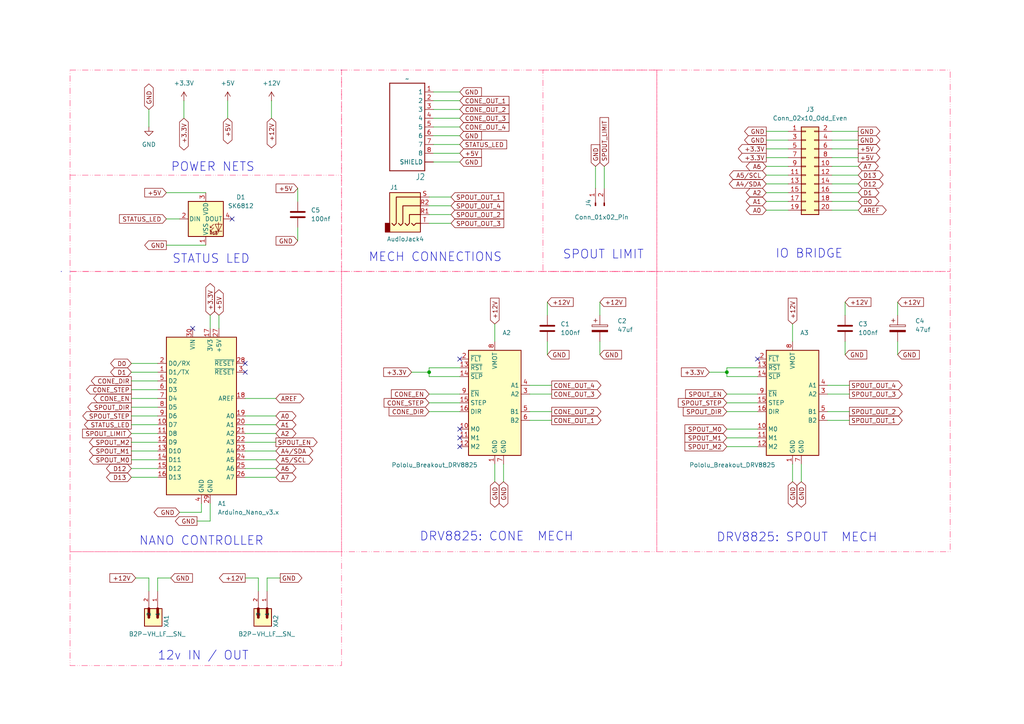
<source format=kicad_sch>
(kicad_sch (version 20231120) (generator "eeschema") (generator_version "8.0")
  (paper "A4")
  (lib_symbols
    (symbol "Connector:Conn_01x02_Pin" (pin_names (offset 1.016) hide)
      (property "Reference" "J" (at 0 2.54 0))
      (property "Value" "Conn_01x02_Pin" (at 0 -5.08 0))
      (symbol "Conn_01x02_Pin_1_1"
        (polyline (pts (xy 1.27 -2.54) (xy 0.8636 -2.54)) (stroke (width 0.1524)))
        (polyline (pts (xy 1.27 0) (xy 0.8636 0)) (stroke (width 0.1524)))
        (rectangle (start 0.8636 -2.413) (end 0 -2.667) (stroke (width 0.1524)) (fill (type outline)))
        (rectangle (start 0.8636 0.127) (end 0 -0.127) (stroke (width 0.1524)) (fill (type outline)))
        (pin passive line (at 5.08 0 180) (length 3.81) (name "Pin_1") (number "1"))
        (pin passive line (at 5.08 -2.54 180) (length 3.81) (name "Pin_2") (number "2"))
      )
    )
    (symbol "Connector_Audio:AudioJack4"
      (property "Reference" "J" (at 0 8.89 0))
      (property "Value" "AudioJack4" (at 0 6.35 0))
      (symbol "AudioJack4_0_1"
        (rectangle (start -6.35 -5.08) (end -7.62 -7.62) (stroke (width 0.254)) (fill (type outline)))
        (polyline (pts (xy 0 -5.08) (xy 0.635 -5.715) (xy 1.27 -5.08) (xy 2.54 -5.08)) (stroke (width 0.254)))
        (polyline (pts (xy -5.715 -5.08) (xy -5.08 -5.715) (xy -4.445 -5.08) (xy -4.445 2.54) (xy 2.54 2.54)) (stroke (width 0.254)))
        (polyline (pts (xy -1.905 -5.08) (xy -1.27 -5.715) (xy -0.635 -5.08) (xy -0.635 -2.54) (xy 2.54 -2.54)) (stroke (width 0.254)))
        (polyline (pts (xy 2.54 0) (xy -2.54 0) (xy -2.54 -5.08) (xy -3.175 -5.715) (xy -3.81 -5.08)) (stroke (width 0.254)))
        (rectangle (start 2.54 3.81) (end -6.35 -7.62) (stroke (width 0.254)) (fill (type background)))
      )
      (symbol "AudioJack4_1_1"
        (pin passive line (at 5.08 -2.54 180) (length 2.54) (name "~") (number "R1"))
        (pin passive line (at 5.08 0 180) (length 2.54) (name "~") (number "R2"))
        (pin passive line (at 5.08 2.54 180) (length 2.54) (name "~") (number "S"))
        (pin passive line (at 5.08 -5.08 180) (length 2.54) (name "~") (number "T"))
      )
    )
    (symbol "Connector_Generic:Conn_02x10_Odd_Even" (pin_names (offset 1.016) hide)
      (property "Reference" "J" (at 1.27 12.7 0))
      (property "Value" "Conn_02x10_Odd_Even" (at 1.27 -15.24 0))
      (symbol "Conn_02x10_Odd_Even_1_1"
        (rectangle (start -1.27 -12.573) (end 0 -12.827) (stroke (width 0.1524)))
        (rectangle (start -1.27 -10.033) (end 0 -10.287) (stroke (width 0.1524)))
        (rectangle (start -1.27 -7.493) (end 0 -7.747) (stroke (width 0.1524)))
        (rectangle (start -1.27 -4.953) (end 0 -5.207) (stroke (width 0.1524)))
        (rectangle (start -1.27 -2.413) (end 0 -2.667) (stroke (width 0.1524)))
        (rectangle (start -1.27 0.127) (end 0 -0.127) (stroke (width 0.1524)))
        (rectangle (start -1.27 2.667) (end 0 2.413) (stroke (width 0.1524)))
        (rectangle (start -1.27 5.207) (end 0 4.953) (stroke (width 0.1524)))
        (rectangle (start -1.27 7.747) (end 0 7.493) (stroke (width 0.1524)))
        (rectangle (start -1.27 10.287) (end 0 10.033) (stroke (width 0.1524)))
        (rectangle (start -1.27 11.43) (end 3.81 -13.97) (stroke (width 0.254)) (fill (type background)))
        (rectangle (start 3.81 -12.573) (end 2.54 -12.827) (stroke (width 0.1524)))
        (rectangle (start 3.81 -10.033) (end 2.54 -10.287) (stroke (width 0.1524)))
        (rectangle (start 3.81 -7.493) (end 2.54 -7.747) (stroke (width 0.1524)))
        (rectangle (start 3.81 -4.953) (end 2.54 -5.207) (stroke (width 0.1524)))
        (rectangle (start 3.81 -2.413) (end 2.54 -2.667) (stroke (width 0.1524)))
        (rectangle (start 3.81 0.127) (end 2.54 -0.127) (stroke (width 0.1524)))
        (rectangle (start 3.81 2.667) (end 2.54 2.413) (stroke (width 0.1524)))
        (rectangle (start 3.81 5.207) (end 2.54 4.953) (stroke (width 0.1524)))
        (rectangle (start 3.81 7.747) (end 2.54 7.493) (stroke (width 0.1524)))
        (rectangle (start 3.81 10.287) (end 2.54 10.033) (stroke (width 0.1524)))
        (pin passive line (at -5.08 10.16 0) (length 3.81) (name "Pin_1") (number "1"))
        (pin passive line (at 7.62 0 180) (length 3.81) (name "Pin_10") (number "10"))
        (pin passive line (at -5.08 -2.54 0) (length 3.81) (name "Pin_11") (number "11"))
        (pin passive line (at 7.62 -2.54 180) (length 3.81) (name "Pin_12") (number "12"))
        (pin passive line (at -5.08 -5.08 0) (length 3.81) (name "Pin_13") (number "13"))
        (pin passive line (at 7.62 -5.08 180) (length 3.81) (name "Pin_14") (number "14"))
        (pin passive line (at -5.08 -7.62 0) (length 3.81) (name "Pin_15") (number "15"))
        (pin passive line (at 7.62 -7.62 180) (length 3.81) (name "Pin_16") (number "16"))
        (pin passive line (at -5.08 -10.16 0) (length 3.81) (name "Pin_17") (number "17"))
        (pin passive line (at 7.62 -10.16 180) (length 3.81) (name "Pin_18") (number "18"))
        (pin passive line (at -5.08 -12.7 0) (length 3.81) (name "Pin_19") (number "19"))
        (pin passive line (at 7.62 10.16 180) (length 3.81) (name "Pin_2") (number "2"))
        (pin passive line (at 7.62 -12.7 180) (length 3.81) (name "Pin_20") (number "20"))
        (pin passive line (at -5.08 7.62 0) (length 3.81) (name "Pin_3") (number "3"))
        (pin passive line (at 7.62 7.62 180) (length 3.81) (name "Pin_4") (number "4"))
        (pin passive line (at -5.08 5.08 0) (length 3.81) (name "Pin_5") (number "5"))
        (pin passive line (at 7.62 5.08 180) (length 3.81) (name "Pin_6") (number "6"))
        (pin passive line (at -5.08 2.54 0) (length 3.81) (name "Pin_7") (number "7"))
        (pin passive line (at 7.62 2.54 180) (length 3.81) (name "Pin_8") (number "8"))
        (pin passive line (at -5.08 0 0) (length 3.81) (name "Pin_9") (number "9"))
      )
    )
    (symbol "Device:C" (pin_numbers hide) (pin_names (offset 0.254))
      (property "Reference" "C" (at 0.635 2.54 0))
      (property "Value" "C" (at 0.635 -2.54 0))
      (symbol "C_0_1"
        (polyline (pts (xy -2.032 -0.762) (xy 2.032 -0.762)) (stroke (width 0.508)))
        (polyline (pts (xy -2.032 0.762) (xy 2.032 0.762)) (stroke (width 0.508)))
      )
      (symbol "C_1_1"
        (pin passive line (at 0 3.81 270) (length 2.794) (name "~") (number "1"))
        (pin passive line (at 0 -3.81 90) (length 2.794) (name "~") (number "2"))
      )
    )
    (symbol "Device:C_Polarized" (pin_numbers hide) (pin_names (offset 0.254))
      (property "Reference" "C" (at 0.635 2.54 0))
      (property "Value" "C_Polarized" (at 0.635 -2.54 0))
      (symbol "C_Polarized_0_1"
        (rectangle (start -2.286 0.508) (end 2.286 1.016))
        (polyline (pts (xy -1.778 2.286) (xy -0.762 2.286)))
        (polyline (pts (xy -1.27 2.794) (xy -1.27 1.778)))
        (rectangle (start 2.286 -0.508) (end -2.286 -1.016) (fill (type outline)))
      )
      (symbol "C_Polarized_1_1"
        (pin passive line (at 0 3.81 270) (length 2.794) (name "~") (number "1"))
        (pin passive line (at 0 -3.81 90) (length 2.794) (name "~") (number "2"))
      )
    )
    (symbol "Driver_Motor:Pololu_Breakout_DRV8825"
      (property "Reference" "A" (at -2.54 16.51 0))
      (property "Value" "Pololu_Breakout_DRV8825" (at -2.54 13.97 0))
      (symbol "Pololu_Breakout_DRV8825_0_1"
        (rectangle (start 7.62 -17.78) (end -7.62 12.7) (stroke (width 0.254)) (fill (type background)))
      )
      (symbol "Pololu_Breakout_DRV8825_1_1"
        (pin power_in line (at 0 -20.32 90) (length 2.54) (name "GND") (number "1"))
        (pin input line (at -10.16 -10.16 0) (length 2.54) (name "M0") (number "10"))
        (pin input line (at -10.16 -12.7 0) (length 2.54) (name "M1") (number "11"))
        (pin input line (at -10.16 -15.24 0) (length 2.54) (name "M2") (number "12"))
        (pin input line (at -10.16 7.62 0) (length 2.54) (name "~{RST}") (number "13"))
        (pin input line (at -10.16 5.08 0) (length 2.54) (name "~{SLP}") (number "14"))
        (pin input line (at -10.16 -2.54 0) (length 2.54) (name "STEP") (number "15"))
        (pin input line (at -10.16 -5.08 0) (length 2.54) (name "DIR") (number "16"))
        (pin output line (at -10.16 10.16 0) (length 2.54) (name "~{FLT}") (number "2"))
        (pin output line (at 10.16 0 180) (length 2.54) (name "A2") (number "3"))
        (pin output line (at 10.16 2.54 180) (length 2.54) (name "A1") (number "4"))
        (pin output line (at 10.16 -5.08 180) (length 2.54) (name "B1") (number "5"))
        (pin output line (at 10.16 -7.62 180) (length 2.54) (name "B2") (number "6"))
        (pin power_in line (at 2.54 -20.32 90) (length 2.54) (name "GND") (number "7"))
        (pin power_in line (at 0 15.24 270) (length 2.54) (name "VMOT") (number "8"))
        (pin input line (at -10.16 0 0) (length 2.54) (name "~{EN}") (number "9"))
      )
    )
    (symbol "JST-VH-1x2:B2P-VH_LF__SN_" (pin_names (offset 1.016))
      (property "Reference" "XA" (at -2.5416 2.5416 0))
      (property "Value" "B2P-VH_LF__SN_" (at -2.5407 -3.8111 0))
      (symbol "B2P-VH_LF__SN__0_0"
        (rectangle (start -2.54 -2.54) (end 2.54 2.54) (stroke (width 0.254)) (fill (type background)))
        (polyline (pts (xy -2.54 -1.27) (xy 0 -1.27)) (stroke (width 0.762)))
        (polyline (pts (xy -2.54 1.27) (xy 0 1.27)) (stroke (width 0.762)))
        (pin passive line (at -7.62 1.27 0) (length 5.08) (name "1") (number "1"))
        (pin passive line (at -7.62 -1.27 0) (length 5.08) (name "2") (number "2"))
      )
    )
    (symbol "LED:SK6812" (pin_names (offset 0.254))
      (property "Reference" "D" (at 5.08 5.715 0))
      (property "Value" "SK6812" (at 1.27 -5.715 0))
      (symbol "SK6812_0_0"
        (text "RGB" (at 2.286 -4.191 0) (effects (font (size 0.762 0.762))))
      )
      (symbol "SK6812_0_1"
        (polyline (pts (xy 1.27 -3.556) (xy 1.778 -3.556)))
        (polyline (pts (xy 1.27 -2.54) (xy 1.778 -2.54)))
        (polyline (pts (xy 4.699 -3.556) (xy 2.667 -3.556)))
        (polyline (pts (xy 2.286 -2.54) (xy 1.27 -3.556) (xy 1.27 -3.048)))
        (polyline (pts (xy 2.286 -1.524) (xy 1.27 -2.54) (xy 1.27 -2.032)))
        (polyline (pts (xy 3.683 -1.016) (xy 3.683 -3.556) (xy 3.683 -4.064)))
        (polyline (pts (xy 4.699 -1.524) (xy 2.667 -1.524) (xy 3.683 -3.556) (xy 4.699 -1.524)))
        (rectangle (start 5.08 5.08) (end -5.08 -5.08) (stroke (width 0.254)) (fill (type background)))
      )
      (symbol "SK6812_1_1"
        (pin power_in line (at 0 -7.62 90) (length 2.54) (name "VSS") (number "1"))
        (pin input line (at -7.62 0 0) (length 2.54) (name "DIN") (number "2"))
        (pin power_in line (at 0 7.62 270) (length 2.54) (name "VDD") (number "3"))
        (pin output line (at 7.62 0 180) (length 2.54) (name "DOUT") (number "4"))
      )
    )
    (symbol "MCU_Module:Arduino_Nano_v3.x"
      (property "Reference" "A" (at -10.16 23.495 0))
      (property "Value" "Arduino_Nano_v3.x" (at 5.08 -24.13 0))
      (symbol "Arduino_Nano_v3.x_0_1"
        (rectangle (start -10.16 22.86) (end 10.16 -22.86) (stroke (width 0.254)) (fill (type background)))
      )
      (symbol "Arduino_Nano_v3.x_1_1"
        (pin bidirectional line (at -12.7 12.7 0) (length 2.54) (name "D1/TX") (number "1"))
        (pin bidirectional line (at -12.7 -2.54 0) (length 2.54) (name "D7") (number "10"))
        (pin bidirectional line (at -12.7 -5.08 0) (length 2.54) (name "D8") (number "11"))
        (pin bidirectional line (at -12.7 -7.62 0) (length 2.54) (name "D9") (number "12"))
        (pin bidirectional line (at -12.7 -10.16 0) (length 2.54) (name "D10") (number "13"))
        (pin bidirectional line (at -12.7 -12.7 0) (length 2.54) (name "D11") (number "14"))
        (pin bidirectional line (at -12.7 -15.24 0) (length 2.54) (name "D12") (number "15"))
        (pin bidirectional line (at -12.7 -17.78 0) (length 2.54) (name "D13") (number "16"))
        (pin power_out line (at 2.54 25.4 270) (length 2.54) (name "3V3") (number "17"))
        (pin input line (at 12.7 5.08 180) (length 2.54) (name "AREF") (number "18"))
        (pin bidirectional line (at 12.7 0 180) (length 2.54) (name "A0") (number "19"))
        (pin bidirectional line (at -12.7 15.24 0) (length 2.54) (name "D0/RX") (number "2"))
        (pin bidirectional line (at 12.7 -2.54 180) (length 2.54) (name "A1") (number "20"))
        (pin bidirectional line (at 12.7 -5.08 180) (length 2.54) (name "A2") (number "21"))
        (pin bidirectional line (at 12.7 -7.62 180) (length 2.54) (name "A3") (number "22"))
        (pin bidirectional line (at 12.7 -10.16 180) (length 2.54) (name "A4") (number "23"))
        (pin bidirectional line (at 12.7 -12.7 180) (length 2.54) (name "A5") (number "24"))
        (pin bidirectional line (at 12.7 -15.24 180) (length 2.54) (name "A6") (number "25"))
        (pin bidirectional line (at 12.7 -17.78 180) (length 2.54) (name "A7") (number "26"))
        (pin power_out line (at 5.08 25.4 270) (length 2.54) (name "+5V") (number "27"))
        (pin input line (at 12.7 15.24 180) (length 2.54) (name "~{RESET}") (number "28"))
        (pin power_in line (at 2.54 -25.4 90) (length 2.54) (name "GND") (number "29"))
        (pin input line (at 12.7 12.7 180) (length 2.54) (name "~{RESET}") (number "3"))
        (pin power_in line (at -2.54 25.4 270) (length 2.54) (name "VIN") (number "30"))
        (pin power_in line (at 0 -25.4 90) (length 2.54) (name "GND") (number "4"))
        (pin bidirectional line (at -12.7 10.16 0) (length 2.54) (name "D2") (number "5"))
        (pin bidirectional line (at -12.7 7.62 0) (length 2.54) (name "D3") (number "6"))
        (pin bidirectional line (at -12.7 5.08 0) (length 2.54) (name "D4") (number "7"))
        (pin bidirectional line (at -12.7 2.54 0) (length 2.54) (name "D5") (number "8"))
        (pin bidirectional line (at -12.7 0 0) (length 2.54) (name "D6") (number "9"))
      )
    )
    (symbol "mugsy:RJ45-8N-B"
      (property "Reference" "J" (at -5.089 13.9947 0))
      (symbol "RJ45-8N-B_1_0"
        (polyline (pts (xy -5.08 -12.7) (xy -5.08 12.7)) (stroke (width 0.254)))
        (polyline (pts (xy -5.08 12.7) (xy 5.08 12.7)) (stroke (width 0.254)))
        (polyline (pts (xy 5.08 -12.7) (xy -5.08 -12.7)) (stroke (width 0.254)))
        (polyline (pts (xy 5.08 12.7) (xy 5.08 -12.7)) (stroke (width 0.254)))
        (pin passive line (at 7.62 10.16 180) (length 2.54) (name "1") (number "1"))
        (pin passive line (at 7.62 -10.16 180) (length 2.54) (name "SHIELD") (number "10"))
        (pin passive line (at 7.62 7.62 180) (length 2.54) (name "2") (number "2"))
        (pin passive line (at 7.62 5.08 180) (length 2.54) (name "3") (number "3"))
        (pin passive line (at 7.62 2.54 180) (length 2.54) (name "4") (number "4"))
        (pin passive line (at 7.62 0 180) (length 2.54) (name "5") (number "5"))
        (pin passive line (at 7.62 -2.54 180) (length 2.54) (name "6") (number "6"))
        (pin passive line (at 7.62 -5.08 180) (length 2.54) (name "7") (number "7"))
        (pin passive line (at 7.62 -7.62 180) (length 2.54) (name "8") (number "8"))
        (pin passive line (at 7.62 -10.16 180) (length 2.54) (name "SHIELD") (number "9"))
      )
    )
    (symbol "power:+12V" (power) (pin_numbers hide) (pin_names (offset 0) hide)
      (property "Value" "+12V" (at 0 3.556 0))
      (symbol "+12V_0_1"
        (polyline (pts (xy -0.762 1.27) (xy 0 2.54)))
        (polyline (pts (xy 0 0) (xy 0 2.54)))
        (polyline (pts (xy 0 2.54) (xy 0.762 1.27)))
      )
      (symbol "+12V_1_1"
        (pin power_in line (at 0 0 90) (length 0) (name "~") (number "1"))
      )
    )
    (symbol "power:+3.3V" (power) (pin_numbers hide) (pin_names (offset 0) hide)
      (property "Value" "+3.3V" (at 0 3.556 0))
      (symbol "+3.3V_0_1"
        (polyline (pts (xy -0.762 1.27) (xy 0 2.54)))
        (polyline (pts (xy 0 0) (xy 0 2.54)))
        (polyline (pts (xy 0 2.54) (xy 0.762 1.27)))
      )
      (symbol "+3.3V_1_1"
        (pin power_in line (at 0 0 90) (length 0) (name "~") (number "1"))
      )
    )
    (symbol "power:+5V" (power) (pin_numbers hide) (pin_names (offset 0) hide)
      (property "Value" "+5V" (at 0 3.556 0))
      (symbol "+5V_0_1"
        (polyline (pts (xy -0.762 1.27) (xy 0 2.54)))
        (polyline (pts (xy 0 0) (xy 0 2.54)))
        (polyline (pts (xy 0 2.54) (xy 0.762 1.27)))
      )
      (symbol "+5V_1_1"
        (pin power_in line (at 0 0 90) (length 0) (name "~") (number "1"))
      )
    )
    (symbol "power:GND" (power) (pin_numbers hide) (pin_names (offset 0) hide)
      (property "Value" "GND" (at 0 -3.81 0))
      (symbol "GND_0_1"
        (polyline (pts (xy 0 0) (xy 0 -1.27) (xy 1.27 -1.27) (xy 0 -2.54) (xy -1.27 -1.27) (xy 0 -1.27)))
      )
      (symbol "GND_1_1"
        (pin power_in line (at 0 0 270) (length 0) (name "~") (number "1"))
      )
    )
  )
  (junction (at 124.46 107.95))
  (junction (at 210.82 107.95))
  (no_connect (at 133.35 129.54))
  (no_connect (at 71.12 105.41))
  (no_connect (at 55.88 95.25))
  (no_connect (at 133.35 127))
  (no_connect (at 67.31 63.5))
  (no_connect (at 71.12 107.95))
  (no_connect (at 133.35 104.14))
  (no_connect (at 133.35 124.46))
  (no_connect (at 219.71 104.14))
  (wire (pts (xy 133.35 119.38) (xy 124.46 119.38)))
  (wire (pts (xy 232.41 134.62) (xy 232.41 139.7)))
  (wire (pts (xy 229.87 93.98) (xy 229.87 99.06)))
  (wire (pts (xy 63.5 91.44) (xy 63.5 95.25)))
  (wire (pts (xy 53.34 29.21) (xy 53.34 34.29)))
  (wire (pts (xy 60.96 146.05) (xy 60.96 151.13)))
  (wire (pts (xy 241.3 45.72) (xy 248.92 45.72)))
  (wire (pts (xy 219.71 116.84) (xy 210.82 116.84)))
  (wire (pts (xy 125.73 39.37) (xy 133.35 39.37)))
  (wire (pts (xy 241.3 43.18) (xy 248.92 43.18)))
  (wire (pts (xy 66.04 29.21) (xy 66.04 34.29)))
  (wire (pts (xy 219.71 129.54) (xy 210.82 129.54)))
  (wire (pts (xy 219.71 109.22) (xy 210.82 109.22)))
  (wire (pts (xy 74.93 167.64) (xy 74.93 171.45)))
  (wire (pts (xy 143.51 93.98) (xy 143.51 99.06)))
  (wire (pts (xy 241.3 38.1) (xy 248.92 38.1)))
  (wire (pts (xy 45.72 167.64) (xy 45.72 171.45)))
  (wire (pts (xy 240.03 111.76) (xy 246.38 111.76)))
  (wire (pts (xy 205.74 107.95) (xy 210.82 107.95)))
  (wire (pts (xy 71.12 115.57) (xy 80.01 115.57)))
  (wire (pts (xy 38.1 105.41) (xy 45.72 105.41)))
  (wire (pts (xy 133.35 109.22) (xy 124.46 109.22)))
  (wire (pts (xy 228.6 58.42) (xy 222.25 58.42)))
  (wire (pts (xy 241.3 55.88) (xy 248.92 55.88)))
  (wire (pts (xy 38.1 138.43) (xy 45.72 138.43)))
  (wire (pts (xy 133.35 114.3) (xy 124.46 114.3)))
  (wire (pts (xy 57.15 151.13) (xy 60.96 151.13)))
  (wire (pts (xy 241.3 58.42) (xy 248.92 58.42)))
  (wire (pts (xy 48.26 55.88) (xy 59.69 55.88)))
  (wire (pts (xy 45.72 118.11) (xy 38.1 118.11)))
  (wire (pts (xy 245.11 99.06) (xy 245.11 102.87)))
  (wire (pts (xy 71.12 167.64) (xy 74.93 167.64)))
  (wire (pts (xy 228.6 53.34) (xy 222.25 53.34)))
  (wire (pts (xy 240.03 119.38) (xy 246.38 119.38)))
  (wire (pts (xy 71.12 123.19) (xy 80.01 123.19)))
  (wire (pts (xy 119.38 107.95) (xy 124.46 107.95)))
  (wire (pts (xy 219.71 106.68) (xy 210.82 106.68)))
  (wire (pts (xy 45.72 167.64) (xy 49.53 167.64)))
  (wire (pts (xy 228.6 38.1) (xy 222.25 38.1)))
  (wire (pts (xy 71.12 125.73) (xy 80.01 125.73)))
  (wire (pts (xy 158.75 99.06) (xy 158.75 102.87)))
  (wire (pts (xy 241.3 40.64) (xy 248.92 40.64)))
  (polyline (pts (xy 20.32 50.8) (xy 99.06 50.8)) (stroke (width 0) (type dash_dot_dot) (color 255 74 130 1)))
  (wire (pts (xy 43.18 167.64) (xy 43.18 171.45)))
  (wire (pts (xy 146.05 134.62) (xy 146.05 139.7)))
  (wire (pts (xy 45.72 115.57) (xy 38.1 115.57)))
  (wire (pts (xy 45.72 128.27) (xy 38.1 128.27)))
  (wire (pts (xy 219.71 119.38) (xy 210.82 119.38)))
  (wire (pts (xy 48.26 63.5) (xy 52.07 63.5)))
  (wire (pts (xy 125.73 31.75) (xy 133.35 31.75)))
  (wire (pts (xy 86.36 54.61) (xy 86.36 58.42)))
  (wire (pts (xy 124.46 59.69) (xy 130.81 59.69)))
  (wire (pts (xy 125.73 36.83) (xy 133.35 36.83)))
  (wire (pts (xy 45.72 113.03) (xy 38.1 113.03)))
  (wire (pts (xy 228.6 43.18) (xy 222.25 43.18)))
  (wire (pts (xy 133.35 116.84) (xy 124.46 116.84)))
  (wire (pts (xy 219.71 127) (xy 210.82 127)))
  (wire (pts (xy 124.46 57.15) (xy 130.81 57.15)))
  (wire (pts (xy 240.03 114.3) (xy 246.38 114.3)))
  (wire (pts (xy 45.72 123.19) (xy 38.1 123.19)))
  (wire (pts (xy 153.67 114.3) (xy 160.02 114.3)))
  (wire (pts (xy 71.12 128.27) (xy 80.01 128.27)))
  (wire (pts (xy 175.26 54.61) (xy 175.26 48.26)))
  (wire (pts (xy 125.73 29.21) (xy 133.35 29.21)))
  (wire (pts (xy 124.46 62.23) (xy 130.81 62.23)))
  (wire (pts (xy 45.72 110.49) (xy 38.1 110.49)))
  (wire (pts (xy 240.03 121.92) (xy 246.38 121.92)))
  (wire (pts (xy 58.42 146.05) (xy 58.42 148.59)))
  (wire (pts (xy 173.99 99.06) (xy 173.99 102.87)))
  (wire (pts (xy 124.46 107.95) (xy 124.46 109.22)))
  (wire (pts (xy 78.74 29.21) (xy 78.74 34.29)))
  (wire (pts (xy 153.67 111.76) (xy 160.02 111.76)))
  (wire (pts (xy 71.12 130.81) (xy 80.01 130.81)))
  (wire (pts (xy 125.73 41.91) (xy 133.35 41.91)))
  (wire (pts (xy 133.35 106.68) (xy 124.46 106.68)))
  (wire (pts (xy 124.46 106.68) (xy 124.46 107.95)))
  (wire (pts (xy 228.6 40.64) (xy 222.25 40.64)))
  (wire (pts (xy 228.6 45.72) (xy 222.25 45.72)))
  (wire (pts (xy 245.11 87.63) (xy 245.11 91.44)))
  (wire (pts (xy 210.82 106.68) (xy 210.82 107.95)))
  (wire (pts (xy 43.18 31.75) (xy 43.18 36.83)))
  (wire (pts (xy 125.73 26.67) (xy 133.35 26.67)))
  (wire (pts (xy 39.37 167.64) (xy 43.18 167.64)))
  (wire (pts (xy 45.72 120.65) (xy 38.1 120.65)))
  (wire (pts (xy 38.1 135.89) (xy 45.72 135.89)))
  (wire (pts (xy 153.67 119.38) (xy 160.02 119.38)))
  (wire (pts (xy 241.3 53.34) (xy 248.92 53.34)))
  (wire (pts (xy 153.67 121.92) (xy 160.02 121.92)))
  (wire (pts (xy 45.72 125.73) (xy 38.1 125.73)))
  (wire (pts (xy 219.71 114.3) (xy 210.82 114.3)))
  (wire (pts (xy 229.87 134.62) (xy 229.87 139.7)))
  (wire (pts (xy 52.07 148.59) (xy 58.42 148.59)))
  (wire (pts (xy 86.36 66.04) (xy 86.36 69.85)))
  (wire (pts (xy 228.6 48.26) (xy 222.25 48.26)))
  (wire (pts (xy 77.47 167.64) (xy 77.47 171.45)))
  (wire (pts (xy 71.12 135.89) (xy 80.01 135.89)))
  (wire (pts (xy 125.73 34.29) (xy 133.35 34.29)))
  (wire (pts (xy 228.6 55.88) (xy 222.25 55.88)))
  (wire (pts (xy 158.75 87.63) (xy 158.75 91.44)))
  (wire (pts (xy 173.99 87.63) (xy 173.99 91.44)))
  (wire (pts (xy 241.3 60.96) (xy 248.92 60.96)))
  (wire (pts (xy 45.72 130.81) (xy 38.1 130.81)))
  (wire (pts (xy 38.1 107.95) (xy 45.72 107.95)))
  (wire (pts (xy 228.6 50.8) (xy 222.25 50.8)))
  (wire (pts (xy 172.72 54.61) (xy 172.72 48.26)))
  (wire (pts (xy 143.51 134.62) (xy 143.51 139.7)))
  (wire (pts (xy 77.47 167.64) (xy 81.28 167.64)))
  (wire (pts (xy 241.3 50.8) (xy 248.92 50.8)))
  (wire (pts (xy 48.26 71.12) (xy 59.69 71.12)))
  (wire (pts (xy 260.35 99.06) (xy 260.35 102.87)))
  (wire (pts (xy 60.96 91.44) (xy 60.96 95.25)))
  (wire (pts (xy 210.82 107.95) (xy 210.82 109.22)))
  (wire (pts (xy 125.73 44.45) (xy 133.35 44.45)))
  (wire (pts (xy 260.35 87.63) (xy 260.35 91.44)))
  (wire (pts (xy 71.12 138.43) (xy 80.01 138.43)))
  (wire (pts (xy 71.12 133.35) (xy 80.01 133.35)))
  (wire (pts (xy 125.73 46.99) (xy 133.35 46.99)))
  (wire (pts (xy 71.12 120.65) (xy 80.01 120.65)))
  (wire (pts (xy 45.72 133.35) (xy 38.1 133.35)))
  (wire (pts (xy 124.46 64.77) (xy 130.81 64.77)))
  (wire (pts (xy 228.6 60.96) (xy 222.25 60.96)))
  (wire (pts (xy 241.3 48.26) (xy 248.92 48.26)))
  (wire (pts (xy 219.71 124.46) (xy 210.82 124.46)))
  (rectangle (start 99.06 20.32) (end 99.06 20.32))
  (rectangle (start 20.32 78.74) (end 99.06 160.02) (stroke (width 0) (type dash_dot_dot) (color 255 74 130 1)))
  (rectangle (start 190.5 78.74) (end 275.59 160.02) (stroke (width 0) (type dash_dot_dot) (color 255 74 130 1)))
  (rectangle (start 17.78 78.74) (end 17.78 78.74) (stroke (width 0) (type dash_dot_dot)))
  (rectangle (start 20.32 160.02) (end 99.06 193.04) (stroke (width 0) (type dash_dot_dot) (color 255 74 130 1)))
  (rectangle (start 99.06 78.74) (end 99.06 78.74))
  (rectangle (start 99.06 20.32) (end 190.5 78.74) (stroke (width 0) (type dash_dot_dot) (color 255 74 130 1)))
  (rectangle (start 20.32 78.74) (end 20.32 78.74) (stroke (width 0) (type dash_dot_dot) (color 65 74 255 1)))
  (rectangle (start 17.78 78.74) (end 17.78 78.74))
  (rectangle (start 157.48 20.32) (end 190.5 78.74) (stroke (width 0) (type dash_dot_dot) (color 255 74 130 1)))
  (rectangle (start 190.5 78.74) (end 190.5 78.74))
  (rectangle (start 190.5 78.74) (end 190.5 78.74))
  (rectangle (start 190.5 20.32) (end 275.59 78.74) (stroke (width 0) (type dash_dot_dot) (color 255 74 130 1)))
  (rectangle (start 20.32 20.32) (end 20.32 20.32) (stroke (width 0) (type dash_dot_dot) (color 255 74 130 1)))
  (rectangle (start 99.06 20.32) (end 99.06 20.32))
  (rectangle (start 190.5 78.74) (end 190.5 78.74))
  (rectangle (start 17.78 78.74) (end 17.78 78.74))
  (rectangle (start 20.32 78.74) (end 20.32 78.74))
  (rectangle (start 20.32 20.32) (end 99.06 78.74) (stroke (width 0) (type dash_dot_dot) (color 255 74 130 1)))
  (rectangle (start 99.06 20.32) (end 99.06 20.32))
  (rectangle (start 99.06 78.74) (end 190.5 160.02) (stroke (width 0) (type dash_dot_dot) (color 255 74 130 1)))
  (rectangle (start 99.06 20.32) (end 99.06 20.32))
  (rectangle (start 17.78 78.74) (end 17.78 78.74))
  (text "12v IN / OUT" (at 58.928 190.246 0) (effects (font (size 2.54 2.54))))
  (text "SPOUT LIMIT\n" (at 175.006 73.914 0) (effects (font (size 2.54 2.54))))
  (text "MECH CONNECTIONS\n" (at 126.238 74.676 0) (effects (font (size 2.54 2.54))))
  (text "POWER NETS\n" (at 61.722 48.514 0) (effects (font (size 2.54 2.54))))
  (text "NANO CONTROLLER" (at 58.42 156.972 0) (effects (font (size 2.54 2.54))))
  (text "IO BRIDGE" (at 234.696 73.66 0) (effects (font (size 2.54 2.54))))
  (text "STATUS LED" (at 61.214 75.184 0) (effects (font (size 2.54 2.54))))
  (text "DRV8825: SPOUT  MECH" (at 231.14 155.956 0) (effects (font (size 2.54 2.54))))
  (text "DRV8825: CONE  MECH" (at 144.018 155.702 0) (effects (font (size 2.54 2.54))))
  (global_label "SPOUT_M1" (shape output) (at 38.1 130.81 180) (property "Intersheetrefs" "${INTERSHEET_REFS}" (effects (hide yes))))
  (global_label "GND" (shape input) (at 49.53 167.64 0) (property "Intersheetrefs" "${INTERSHEET_REFS}" (effects (hide yes))))
  (global_label "SPOUT_M2" (shape output) (at 38.1 128.27 180) (property "Intersheetrefs" "${INTERSHEET_REFS}" (effects (hide yes))))
  (global_label "SPOUT_M0" (shape output) (at 38.1 133.35 180) (property "Intersheetrefs" "${INTERSHEET_REFS}" (effects (hide yes))))
  (global_label "SPOUT_OUT_4" (shape output) (at 246.38 111.76 0) (property "Intersheetrefs" "${INTERSHEET_REFS}" (effects (hide yes))))
  (global_label "D12" (shape bidirectional) (at 248.92 53.34 0) (property "Intersheetrefs" "${INTERSHEET_REFS}" (effects (hide yes))))
  (global_label "SPOUT_OUT_1" (shape input) (at 130.81 57.15 0) (property "Intersheetrefs" "${INTERSHEET_REFS}" (effects (hide yes))))
  (global_label "STATUS_LED" (shape input) (at 133.35 41.91 0) (property "Intersheetrefs" "${INTERSHEET_REFS}" (effects (hide yes))))
  (global_label "+3.3V" (shape bidirectional) (at 53.34 34.29 270) (property "Intersheetrefs" "${INTERSHEET_REFS}" (effects (hide yes))))
  (global_label "CONE_STEP" (shape input) (at 124.46 116.84 180) (property "Intersheetrefs" "${INTERSHEET_REFS}" (effects (hide yes))))
  (global_label "A7" (shape bidirectional) (at 248.92 48.26 0) (property "Intersheetrefs" "${INTERSHEET_REFS}" (effects (hide yes))))
  (global_label "A4{slash}SDA" (shape bidirectional) (at 222.25 53.34 180) (property "Intersheetrefs" "${INTERSHEET_REFS}" (effects (hide yes))))
  (global_label "A7" (shape bidirectional) (at 80.01 138.43 0) (property "Intersheetrefs" "${INTERSHEET_REFS}" (effects (hide yes))))
  (global_label "D13" (shape bidirectional) (at 248.92 50.8 0) (property "Intersheetrefs" "${INTERSHEET_REFS}" (effects (hide yes))))
  (global_label "GND" (shape output) (at 248.92 40.64 0) (property "Intersheetrefs" "${INTERSHEET_REFS}" (effects (hide yes))))
  (global_label "A4{slash}SDA" (shape bidirectional) (at 80.01 130.81 0) (property "Intersheetrefs" "${INTERSHEET_REFS}" (effects (hide yes))))
  (global_label "SPOUT_OUT_2" (shape input) (at 130.81 62.23 0) (property "Intersheetrefs" "${INTERSHEET_REFS}" (effects (hide yes))))
  (global_label "CONE_OUT_2" (shape input) (at 133.35 31.75 0) (property "Intersheetrefs" "${INTERSHEET_REFS}" (effects (hide yes))))
  (global_label "+5V" (shape output) (at 248.92 45.72 0) (property "Intersheetrefs" "${INTERSHEET_REFS}" (effects (hide yes))))
  (global_label "D1" (shape bidirectional) (at 38.1 107.95 180) (property "Intersheetrefs" "${INTERSHEET_REFS}" (effects (hide yes))))
  (global_label "SPOUT_LIMIT" (shape input) (at 175.26 48.26 90) (property "Intersheetrefs" "${INTERSHEET_REFS}" (effects (hide yes))))
  (global_label "CONE_OUT_4" (shape input) (at 133.35 36.83 0) (property "Intersheetrefs" "${INTERSHEET_REFS}" (effects (hide yes))))
  (global_label "SPOUT_STEP" (shape input) (at 210.82 116.84 180) (property "Intersheetrefs" "${INTERSHEET_REFS}" (effects (hide yes))))
  (global_label "GND" (shape bidirectional) (at 229.87 139.7 270) (property "Intersheetrefs" "${INTERSHEET_REFS}" (effects (hide yes))))
  (global_label "SPOUT_OUT_4" (shape input) (at 130.81 59.69 0) (property "Intersheetrefs" "${INTERSHEET_REFS}" (effects (hide yes))))
  (global_label "STATUS_LED" (shape output) (at 38.1 123.19 180) (property "Intersheetrefs" "${INTERSHEET_REFS}" (effects (hide yes))))
  (global_label "SPOUT_OUT_1" (shape output) (at 246.38 121.92 0) (property "Intersheetrefs" "${INTERSHEET_REFS}" (effects (hide yes))))
  (global_label "GND" (shape bidirectional) (at 232.41 139.7 270) (property "Intersheetrefs" "${INTERSHEET_REFS}" (effects (hide yes))))
  (global_label "SPOUT_DIR" (shape input) (at 210.82 119.38 180) (property "Intersheetrefs" "${INTERSHEET_REFS}" (effects (hide yes))))
  (global_label "+12V" (shape input) (at 39.37 167.64 180) (property "Intersheetrefs" "${INTERSHEET_REFS}" (effects (hide yes))))
  (global_label "CONE_OUT_1" (shape output) (at 160.02 121.92 0) (property "Intersheetrefs" "${INTERSHEET_REFS}" (effects (hide yes))))
  (global_label "A6" (shape bidirectional) (at 80.01 135.89 0) (property "Intersheetrefs" "${INTERSHEET_REFS}" (effects (hide yes))))
  (global_label "+12V" (shape input) (at 143.51 93.98 90) (property "Intersheetrefs" "${INTERSHEET_REFS}" (effects (hide yes))))
  (global_label "CONE_OUT_1" (shape input) (at 133.35 29.21 0) (property "Intersheetrefs" "${INTERSHEET_REFS}" (effects (hide yes))))
  (global_label "GND" (shape bidirectional) (at 143.51 139.7 270) (property "Intersheetrefs" "${INTERSHEET_REFS}" (effects (hide yes))))
  (global_label "GND" (shape input) (at 173.99 102.87 0) (property "Intersheetrefs" "${INTERSHEET_REFS}" (effects (hide yes))))
  (global_label "SPOUT_EN" (shape output) (at 80.01 128.27 0) (property "Intersheetrefs" "${INTERSHEET_REFS}" (effects (hide yes))))
  (global_label "SPOUT_M0" (shape input) (at 210.82 124.46 180) (property "Intersheetrefs" "${INTERSHEET_REFS}" (effects (hide yes))))
  (global_label "CONE_DIR" (shape output) (at 38.1 110.49 180) (property "Intersheetrefs" "${INTERSHEET_REFS}" (effects (hide yes))))
  (global_label "+12V" (shape input) (at 245.11 87.63 0) (property "Intersheetrefs" "${INTERSHEET_REFS}" (effects (hide yes))))
  (global_label "+5V" (shape output) (at 248.92 43.18 0) (property "Intersheetrefs" "${INTERSHEET_REFS}" (effects (hide yes))))
  (global_label "+3.3V" (shape output) (at 222.25 43.18 180) (property "Intersheetrefs" "${INTERSHEET_REFS}" (effects (hide yes))))
  (global_label "+5V" (shape bidirectional) (at 66.04 34.29 270) (property "Intersheetrefs" "${INTERSHEET_REFS}" (effects (hide yes))))
  (global_label "CONE_STEP" (shape output) (at 38.1 113.03 180) (property "Intersheetrefs" "${INTERSHEET_REFS}" (effects (hide yes))))
  (global_label "+3.3V" (shape output) (at 222.25 45.72 180) (property "Intersheetrefs" "${INTERSHEET_REFS}" (effects (hide yes))))
  (global_label "D0" (shape bidirectional) (at 38.1 105.41 180) (property "Intersheetrefs" "${INTERSHEET_REFS}" (effects (hide yes))))
  (global_label "GND" (shape input) (at 245.11 102.87 0) (property "Intersheetrefs" "${INTERSHEET_REFS}" (effects (hide yes))))
  (global_label "+5V" (shape input) (at 48.26 55.88 180) (property "Intersheetrefs" "${INTERSHEET_REFS}" (effects (hide yes))))
  (global_label "GND" (shape input) (at 133.35 26.67 0) (property "Intersheetrefs" "${INTERSHEET_REFS}" (effects (hide yes))))
  (global_label "GND" (shape input) (at 172.72 48.26 90) (property "Intersheetrefs" "${INTERSHEET_REFS}" (effects (hide yes))))
  (global_label "GND" (shape input) (at 260.35 102.87 0) (property "Intersheetrefs" "${INTERSHEET_REFS}" (effects (hide yes))))
  (global_label "CONE_OUT_3" (shape output) (at 160.02 114.3 0) (property "Intersheetrefs" "${INTERSHEET_REFS}" (effects (hide yes))))
  (global_label "A2" (shape bidirectional) (at 222.25 55.88 180) (property "Intersheetrefs" "${INTERSHEET_REFS}" (effects (hide yes))))
  (global_label "GND" (shape bidirectional) (at 43.18 31.75 90) (property "Intersheetrefs" "${INTERSHEET_REFS}" (effects (hide yes))))
  (global_label "A5{slash}SCL" (shape bidirectional) (at 222.25 50.8 180) (property "Intersheetrefs" "${INTERSHEET_REFS}" (effects (hide yes))))
  (global_label "SPOUT_EN" (shape input) (at 210.82 114.3 180) (property "Intersheetrefs" "${INTERSHEET_REFS}" (effects (hide yes))))
  (global_label "GND" (shape output) (at 81.28 167.64 0) (property "Intersheetrefs" "${INTERSHEET_REFS}" (effects (hide yes))))
  (global_label "+3.3V" (shape input) (at 119.38 107.95 180) (property "Intersheetrefs" "${INTERSHEET_REFS}" (effects (hide yes))))
  (global_label "CONE_OUT_3" (shape input) (at 133.35 34.29 0) (property "Intersheetrefs" "${INTERSHEET_REFS}" (effects (hide yes))))
  (global_label "SPOUT_LIMIT" (shape input) (at 38.1 125.73 180) (property "Intersheetrefs" "${INTERSHEET_REFS}" (effects (hide yes))))
  (global_label "GND" (shape bidirectional) (at 52.07 148.59 180) (property "Intersheetrefs" "${INTERSHEET_REFS}" (effects (hide yes))))
  (global_label "+12V" (shape input) (at 158.75 87.63 0) (property "Intersheetrefs" "${INTERSHEET_REFS}" (effects (hide yes))))
  (global_label "CONE_OUT_4" (shape output) (at 160.02 111.76 0) (property "Intersheetrefs" "${INTERSHEET_REFS}" (effects (hide yes))))
  (global_label "CONE_DIR" (shape input) (at 124.46 119.38 180) (property "Intersheetrefs" "${INTERSHEET_REFS}" (effects (hide yes))))
  (global_label "AREF" (shape bidirectional) (at 80.01 115.57 0) (property "Intersheetrefs" "${INTERSHEET_REFS}" (effects (hide yes))))
  (global_label "+12V" (shape input) (at 229.87 93.98 90) (property "Intersheetrefs" "${INTERSHEET_REFS}" (effects (hide yes))))
  (global_label "GND" (shape output) (at 57.15 151.13 180) (property "Intersheetrefs" "${INTERSHEET_REFS}" (effects (hide yes))))
  (global_label "+12V" (shape input) (at 173.99 87.63 0) (property "Intersheetrefs" "${INTERSHEET_REFS}" (effects (hide yes))))
  (global_label "D1" (shape bidirectional) (at 248.92 55.88 0) (property "Intersheetrefs" "${INTERSHEET_REFS}" (effects (hide yes))))
  (global_label "GND" (shape output) (at 248.92 38.1 0) (property "Intersheetrefs" "${INTERSHEET_REFS}" (effects (hide yes))))
  (global_label "GND" (shape input) (at 133.35 46.99 0) (property "Intersheetrefs" "${INTERSHEET_REFS}" (effects (hide yes))))
  (global_label "GND" (shape input) (at 158.75 102.87 0) (property "Intersheetrefs" "${INTERSHEET_REFS}" (effects (hide yes))))
  (global_label "SPOUT_OUT_3" (shape output) (at 246.38 114.3 0) (property "Intersheetrefs" "${INTERSHEET_REFS}" (effects (hide yes))))
  (global_label "+3.3V" (shape bidirectional) (at 60.96 91.44 90) (property "Intersheetrefs" "${INTERSHEET_REFS}" (effects (hide yes))))
  (global_label "CONE_OUT_2" (shape output) (at 160.02 119.38 0) (property "Intersheetrefs" "${INTERSHEET_REFS}" (effects (hide yes))))
  (global_label "+12V" (shape output) (at 71.12 167.64 180) (property "Intersheetrefs" "${INTERSHEET_REFS}" (effects (hide yes))))
  (global_label "SPOUT_M1" (shape input) (at 210.82 127 180) (property "Intersheetrefs" "${INTERSHEET_REFS}" (effects (hide yes))))
  (global_label "+5V" (shape bidirectional) (at 63.5 91.44 90) (property "Intersheetrefs" "${INTERSHEET_REFS}" (effects (hide yes))))
  (global_label "SPOUT_OUT_3" (shape input) (at 130.81 64.77 0) (property "Intersheetrefs" "${INTERSHEET_REFS}" (effects (hide yes))))
  (global_label "A1" (shape bidirectional) (at 222.25 58.42 180) (property "Intersheetrefs" "${INTERSHEET_REFS}" (effects (hide yes))))
  (global_label "GND" (shape output) (at 222.25 38.1 180) (property "Intersheetrefs" "${INTERSHEET_REFS}" (effects (hide yes))))
  (global_label "A0" (shape bidirectional) (at 222.25 60.96 180) (property "Intersheetrefs" "${INTERSHEET_REFS}" (effects (hide yes))))
  (global_label "CONE_EN" (shape input) (at 124.46 114.3 180) (property "Intersheetrefs" "${INTERSHEET_REFS}" (effects (hide yes))))
  (global_label "A0" (shape bidirectional) (at 80.01 120.65 0) (property "Intersheetrefs" "${INTERSHEET_REFS}" (effects (hide yes))))
  (global_label "+5V" (shape input) (at 86.36 54.61 180) (property "Intersheetrefs" "${INTERSHEET_REFS}" (effects (hide yes))))
  (global_label "SPOUT_OUT_2" (shape output) (at 246.38 119.38 0) (property "Intersheetrefs" "${INTERSHEET_REFS}" (effects (hide yes))))
  (global_label "SPOUT_STEP" (shape output) (at 38.1 120.65 180) (property "Intersheetrefs" "${INTERSHEET_REFS}" (effects (hide yes))))
  (global_label "CONE_EN" (shape output) (at 38.1 115.57 180) (property "Intersheetrefs" "${INTERSHEET_REFS}" (effects (hide yes))))
  (global_label "GND" (shape input) (at 133.35 39.37 0) (property "Intersheetrefs" "${INTERSHEET_REFS}" (effects (hide yes))))
  (global_label "A6" (shape bidirectional) (at 222.25 48.26 180) (property "Intersheetrefs" "${INTERSHEET_REFS}" (effects (hide yes))))
  (global_label "GND" (shape input) (at 86.36 69.85 180) (property "Intersheetrefs" "${INTERSHEET_REFS}" (effects (hide yes))))
  (global_label "+12V" (shape bidirectional) (at 78.74 34.29 270) (property "Intersheetrefs" "${INTERSHEET_REFS}" (effects (hide yes))))
  (global_label "AREF" (shape bidirectional) (at 248.92 60.96 0) (property "Intersheetrefs" "${INTERSHEET_REFS}" (effects (hide yes))))
  (global_label "A5{slash}SCL" (shape bidirectional) (at 80.01 133.35 0) (property "Intersheetrefs" "${INTERSHEET_REFS}" (effects (hide yes))))
  (global_label "GND" (shape output) (at 48.26 71.12 180) (property "Intersheetrefs" "${INTERSHEET_REFS}" (effects (hide yes))))
  (global_label "A1" (shape bidirectional) (at 80.01 123.19 0) (property "Intersheetrefs" "${INTERSHEET_REFS}" (effects (hide yes))))
  (global_label "D13" (shape bidirectional) (at 38.1 138.43 180) (property "Intersheetrefs" "${INTERSHEET_REFS}" (effects (hide yes))))
  (global_label "SPOUT_M2" (shape input) (at 210.82 129.54 180) (property "Intersheetrefs" "${INTERSHEET_REFS}" (effects (hide yes))))
  (global_label "GND" (shape output) (at 222.25 40.64 180) (property "Intersheetrefs" "${INTERSHEET_REFS}" (effects (hide yes))))
  (global_label "STATUS_LED" (shape input) (at 48.26 63.5 180) (property "Intersheetrefs" "${INTERSHEET_REFS}" (effects (hide yes))))
  (global_label "D12" (shape bidirectional) (at 38.1 135.89 180) (property "Intersheetrefs" "${INTERSHEET_REFS}" (effects (hide yes))))
  (global_label "+12V" (shape input) (at 260.35 87.63 0) (property "Intersheetrefs" "${INTERSHEET_REFS}" (effects (hide yes))))
  (global_label "+3.3V" (shape input) (at 205.74 107.95 180) (property "Intersheetrefs" "${INTERSHEET_REFS}" (effects (hide yes))))
  (global_label "SPOUT_DIR" (shape output) (at 38.1 118.11 180) (property "Intersheetrefs" "${INTERSHEET_REFS}" (effects (hide yes))))
  (global_label "+5V" (shape input) (at 133.35 44.45 0) (property "Intersheetrefs" "${INTERSHEET_REFS}" (effects (hide yes))))
  (global_label "GND" (shape bidirectional) (at 146.05 139.7 270) (property "Intersheetrefs" "${INTERSHEET_REFS}" (effects (hide yes))))
  (global_label "D0" (shape bidirectional) (at 248.92 58.42 0) (property "Intersheetrefs" "${INTERSHEET_REFS}" (effects (hide yes))))
  (global_label "A2" (shape bidirectional) (at 80.01 125.73 0) (property "Intersheetrefs" "${INTERSHEET_REFS}" (effects (hide yes))))
  (symbol (lib_id "Connector_Audio:AudioJack4") (at 119.38 59.69 0) (unit 1)
    (property "Reference" "J1" (at 114.3 54.356 0))
    (property "Value" "AudioJack4" (at 117.602 69.342 0))
    (property "Footprint" "Connector_Audio:Jack_3.5mm_KoreanHropartsElec_PJ-320D-4A_Horizontal" (effects (hide yes)))
    (property "Description" "Audio Jack, 4 Poles (TRRS)" (effects (hide yes)))
  )
  (symbol (lib_id "JST-VH-1x2:B2P-VH_LF__SN_") (at 44.45 179.07 270) (unit 1)
    (property "Reference" "XA1" (at 48.26 178.308 0) (effects (justify left)))
    (property "Value" "B2P-VH_LF__SN_" (at 37.338 183.896 90) (effects (justify left)))
    (property "Footprint" "mugsy:JST_B2P-VH_LF__SN_" (effects (hide yes)))
    (property "MF" "JST Sales" (effects (hide yes)))
    (property "Description_1" "\nConnector Header Through Hole 2 position 0.156 (3.96mm)\n" (effects (hide yes)))
    (property "Package" "None" (effects (hide yes)))
    (property "Price" "None" (effects (hide yes)))
    (property "Check_prices" "https://www.snapeda.com/parts/B2P-VH(LF)(SN)/JST+Sales+America+Inc./view-part/?ref=eda" (effects (hide yes)))
    (property "SnapEDA_Link" "https://www.snapeda.com/parts/B2P-VH(LF)(SN)/JST+Sales+America+Inc./view-part/?ref=snap" (effects (hide yes)))
    (property "MP" "B2P-VH(LF)(SN)" (effects (hide yes)))
    (property "Availability" "In Stock" (effects (hide yes)))
    (property "MANUFACTURER" "JST" (effects (hide yes)))
  )
  (symbol (lib_id "Device:C") (at 86.36 62.23 0) (unit 1)
    (property "Reference" "C5" (at 90.17 60.9599 0) (effects (justify left)))
    (property "Value" "100nf" (at 90.17 63.4999 0) (effects (justify left)))
    (property "Footprint" "Capacitor_SMD:C_0805_2012Metric" (effects (hide yes)))
    (property "Description" "Unpolarized capacitor" (effects (hide yes)))
  )
  (symbol (lib_id "LED:SK6812") (at 59.69 63.5 0) (unit 1)
    (property "Reference" "D1" (at 69.85 57.1814 0))
    (property "Value" "SK6812" (at 69.85 59.7214 0))
    (property "Footprint" "LED_SMD:LED_SK6812_PLCC4_5.0x5.0mm_P3.2mm" (effects (hide yes)))
    (property "Datasheet" "https://cdn-shop.adafruit.com/product-files/1138/SK6812+LED+datasheet+.pdf" (effects (hide yes)))
    (property "Description" "RGB LED with integrated controller" (effects (hide yes)))
  )
  (symbol (lib_id "JST-VH-1x2:B2P-VH_LF__SN_") (at 76.2 179.07 270) (unit 1)
    (property "Reference" "XA2" (at 80.01 178.308 0) (effects (justify left)))
    (property "Value" "B2P-VH_LF__SN_" (at 69.088 183.896 90) (effects (justify left)))
    (property "Footprint" "mugsy:JST_B2P-VH_LF__SN_" (effects (hide yes)))
    (property "MF" "JST Sales" (effects (hide yes)))
    (property "Description_1" "\nConnector Header Through Hole 2 position 0.156 (3.96mm)\n" (effects (hide yes)))
    (property "Package" "None" (effects (hide yes)))
    (property "Price" "None" (effects (hide yes)))
    (property "Check_prices" "https://www.snapeda.com/parts/B2P-VH(LF)(SN)/JST+Sales+America+Inc./view-part/?ref=eda" (effects (hide yes)))
    (property "SnapEDA_Link" "https://www.snapeda.com/parts/B2P-VH(LF)(SN)/JST+Sales+America+Inc./view-part/?ref=snap" (effects (hide yes)))
    (property "MP" "B2P-VH(LF)(SN)" (effects (hide yes)))
    (property "Availability" "In Stock" (effects (hide yes)))
    (property "MANUFACTURER" "JST" (effects (hide yes)))
  )
  (symbol (lib_id "Connector:Conn_01x02_Pin") (at 172.72 59.69 90) (unit 1)
    (property "Reference" "J4" (at 170.688 58.928 0))
    (property "Value" "Conn_01x02_Pin" (at 174.498 62.992 90))
    (property "Footprint" "Connector_JST:JST_XH_B2B-XH-A_1x02_P2.50mm_Vertical" (effects (hide yes)))
    (property "Description" "Generic connector, single row, 01x02, script generated" (effects (hide yes)))
  )
  (symbol (lib_id "Device:C_Polarized") (at 260.35 95.25 0) (unit 1)
    (property "Reference" "C4" (at 265.43 93.0909 0) (effects (justify left)))
    (property "Value" "47uf" (at 265.43 95.6309 0) (effects (justify left)))
    (property "Footprint" "Capacitor_SMD:CP_Elec_6.3x7.7" (effects (hide yes)))
    (property "Description" "Polarized capacitor" (effects (hide yes)))
  )
  (symbol (lib_id "power:+5V") (at 66.04 29.21 0) (unit 1)
    (property "Reference" "#PWR03" (effects (hide yes)))
    (property "Value" "+5V" (at 66.04 24.13 0))
    (property "Description" "Power symbol creates a global label with name \"+5V\"" (effects (hide yes)))
  )
  (symbol (lib_id "Device:C") (at 158.75 95.25 0) (unit 1)
    (property "Reference" "C1" (at 162.56 93.9799 0) (effects (justify left)))
    (property "Value" "100nf" (at 162.56 96.5199 0) (effects (justify left)))
    (property "Footprint" "Capacitor_SMD:C_0805_2012Metric" (effects (hide yes)))
    (property "Description" "Unpolarized capacitor" (effects (hide yes)))
  )
  (symbol (lib_id "mugsy:RJ45-8N-B") (at 118.11 36.83 0) (unit 1)
    (property "Reference" "J2" (at 121.92 51.308 0) (effects (font (size 1.7811 1.5139))))
    (property "Value" "~" (at 118.11 22.86 0) (effects (font (size 1.7802 1.5131))))
    (property "Footprint" "mugsy:MUGSY_RJ45-8N-B" (effects (hide yes)))
    (property "Description" "RJ Jack / Signal Line EMI/RFI Filters 6 TERM LOW PROFILE BLOCK INDUCTOR 8 PIN https://pricing.snapeda.com/parts/RJ45-8N-B/TE%20Connectivity/view-part?ref=eda Check availability" (effects (hide yes)))
  )
  (symbol (lib_id "power:+3.3V") (at 53.34 29.21 0) (unit 1)
    (property "Reference" "#PWR01" (effects (hide yes)))
    (property "Value" "+3.3V" (at 53.34 24.13 0))
    (property "Description" "Power symbol creates a global label with name \"+3.3V\"" (effects (hide yes)))
  )
  (symbol (lib_id "Device:C") (at 245.11 95.25 0) (unit 1)
    (property "Reference" "C3" (at 248.92 93.9799 0) (effects (justify left)))
    (property "Value" "100nf" (at 248.92 96.5199 0) (effects (justify left)))
    (property "Footprint" "Capacitor_SMD:C_0805_2012Metric" (effects (hide yes)))
    (property "Description" "Unpolarized capacitor" (effects (hide yes)))
  )
  (symbol (lib_id "Connector_Generic:Conn_02x10_Odd_Even") (at 233.68 48.26 0) (unit 1)
    (property "Reference" "J3" (at 234.95 31.75 0))
    (property "Value" "Conn_02x10_Odd_Even" (at 234.95 34.29 0))
    (property "Footprint" "Connector_PinHeader_2.54mm:PinHeader_2x10_P2.54mm_Vertical" (effects (hide yes)))
    (property "Description" "Generic connector, double row, 02x10, odd/even pin numbering scheme (row 1 odd numbers, row 2 even numbers), script generated (kicad-library-utils/schlib/autogen/connector/)" (effects (hide yes)))
  )
  (symbol (lib_id "power:+12V") (at 78.74 29.21 0) (unit 1)
    (property "Reference" "#PWR02" (effects (hide yes)))
    (property "Value" "+12V" (at 78.74 24.13 0))
    (property "Description" "Power symbol creates a global label with name \"+12V\"" (effects (hide yes)))
  )
  (symbol (lib_id "Device:C_Polarized") (at 173.99 95.25 0) (unit 1)
    (property "Reference" "C2" (at 179.07 93.0909 0) (effects (justify left)))
    (property "Value" "47uf" (at 179.07 95.6309 0) (effects (justify left)))
    (property "Footprint" "Capacitor_SMD:CP_Elec_6.3x7.7" (effects (hide yes)))
    (property "Description" "Polarized capacitor" (effects (hide yes)))
  )
  (symbol (lib_id "MCU_Module:Arduino_Nano_v3.x") (at 58.42 120.65 0) (unit 1)
    (property "Reference" "A1" (at 63.1541 146.05 0) (effects (justify left)))
    (property "Value" "Arduino_Nano_v3.x" (at 63.1541 148.59 0) (effects (justify left)))
    (property "Footprint" "Module:Arduino_Nano" (effects (hide yes)))
    (property "Datasheet" "http://www.mouser.com/pdfdocs/Gravitech_Arduino_Nano3_0.pdf" (effects (hide yes)))
    (property "Description" "Arduino Nano v3.x" (effects (hide yes)))
  )
  (symbol (lib_id "Driver_Motor:Pololu_Breakout_DRV8825") (at 229.87 114.3 0) (unit 1)
    (property "Reference" "A3" (at 232.0641 96.52 0) (effects (justify left)))
    (property "Value" "Pololu_Breakout_DRV8825" (at 199.898 134.874 0) (effects (justify left)))
    (property "Footprint" "Module:Pololu_Breakout-16_15.2x20.3mm" (effects (hide yes)))
    (property "Datasheet" "https://www.pololu.com/product/2982" (effects (hide yes)))
    (property "Description" "Pololu Breakout Board, Stepper Driver DRV8825" (effects (hide yes)))
  )
  (symbol (lib_id "Driver_Motor:Pololu_Breakout_DRV8825") (at 143.51 114.3 0) (unit 1)
    (property "Reference" "A2" (at 145.7041 96.52 0) (effects (justify left)))
    (property "Value" "Pololu_Breakout_DRV8825" (at 113.538 134.874 0) (effects (justify left)))
    (property "Footprint" "Module:Pololu_Breakout-16_15.2x20.3mm" (effects (hide yes)))
    (property "Datasheet" "https://www.pololu.com/product/2982" (effects (hide yes)))
    (property "Description" "Pololu Breakout Board, Stepper Driver DRV8825" (effects (hide yes)))
  )
  (symbol (lib_id "power:GND") (at 43.18 36.83 0) (unit 1)
    (property "Reference" "#PWR04" (effects (hide yes)))
    (property "Value" "GND" (at 43.18 41.91 0))
    (property "Description" "Power symbol creates a global label with name \"GND\" , ground" (effects (hide yes)))
  )
)
</source>
